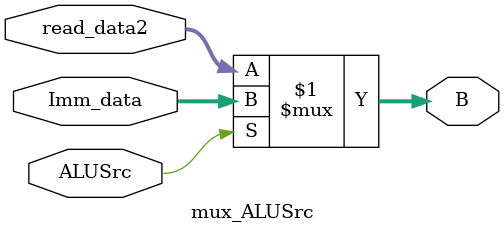
<source format=v>
module mux_ALUSrc (read_data2, Imm_data, ALUSrc, B);

input [31:0] read_data2,Imm_data;
input ALUSrc;
output [31:0]B;

assign B=(ALUSrc)? Imm_data:read_data2;

endmodule
</source>
